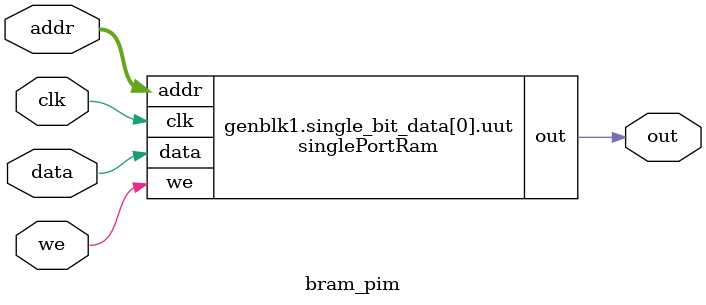
<source format=v>
/****************************************************************

# Description: Performing a recursive depth splitting for 		#

#			   single_port_ram memory hard blocks				#

#																#

# Author: Seyed Alireza Damghani (sdamghann@gmail.com)   		#

****************************************************************/



`timescale 1ps/1ps



`define MEM_MAXADDR 11

`define MEM_MAXDATA 36



// depth and data may need to be splited

module bram_pim(clk, we, addr, data, out);



    parameter ADDR_WIDTH = `MEM_MAXADDR;

    parameter DATA_WIDTH = 1;



    input clk;

    input we;

    input [ADDR_WIDTH - 1:0] addr;

    input [DATA_WIDTH - 1:0] data;

    

    output reg [DATA_WIDTH - 1:0] out;    



	genvar i;

	generate 

		// split in depth

		if (ADDR_WIDTH > `MEM_MAXADDR)

		begin

			

            wire [ADDR_WIDTH-2:0] new_addr = addr[ADDR_WIDTH-2:0];

            wire [DATA_WIDTH-1:0] out_h, out_l;





            defparam uut_h.ADDR_WIDTH = ADDR_WIDTH-1;

            defparam uut_h.DATA_WIDTH = DATA_WIDTH;

            bram_pim uut_h (

                .clk(clk), 

                .we(we), 

                .addr(new_addr), 

                .data(data), 

                .out(out_h)

            );



            defparam uut_l.ADDR_WIDTH = ADDR_WIDTH-1;

            defparam uut_l.DATA_WIDTH = DATA_WIDTH;

            bram_pim uut_l (

                .clk(clk), 

                .we(we), 

                .addr(new_addr), 

                .data(data), 

                .out(out_l)

            );



            reg additional_bit;

            always @(posedge clk) additional_bit <= addr[ADDR_WIDTH-1];

            assign out = (additional_bit) ? out_h : out_l;



        end	else begin

            for (i = 0; i < DATA_WIDTH; i = i + 1) begin:single_bit_data

                singlePortRam uut (

                    .clk(clk), 

                    .we(we), 

                    .addr({ {{`MEM_MAXADDR-ADDR_WIDTH}{1'bx}}, addr[ADDR_WIDTH-1:0] }), 

                    .data(data[i]), 

                    .out(out[i])

                );

            end

        end

    endgenerate



endmodule



(* blackbox *)

module singlePortRam(clk, data, addr, we, out);



    localparam ADDR_WIDTH = `MEM_MAXADDR;

    localparam DATA_WIDTH = 1;



    input clk;

    input we;

    input [ADDR_WIDTH-1:0] addr;

    input [DATA_WIDTH-1:0] data;

    

    output reg [DATA_WIDTH-1:0] out;

    /*

    reg [DATA_WIDTH-1:0] RAM [(1<<ADDR_WIDTH)-1:0];



    always @(posedge clk)

    begin

        if (we)

                RAM[addr] <= data;

                

        out <= RAM[addr];

    end

    */

endmodule




</source>
